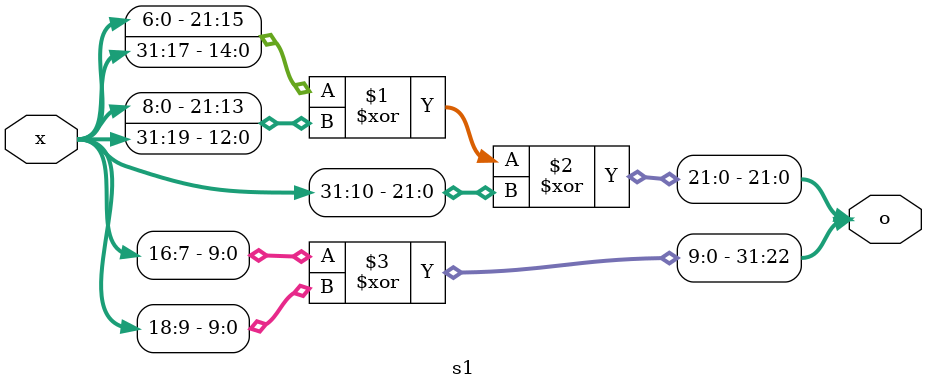
<source format=v>
module ch
(
	output[31:0] o,
	input[31:0] x, y, z
);
	assign o = (x & y) ^ ((~x) & z);

endmodule

module maj
(
	output[31:0] o,
	input[31:0] x, y, z
);
	assign o = (x & y)^(x & z)^(y & z);

endmodule

module l0
(
	output[31:0] o,
	input[31:0] x
);
	assign o = {x[1:0],x[31:2]} ^ {x[12:0],x[31:13]} ^ {x[21:0],x[31:22]};

endmodule

module l1
(
	output[31:0] o,
	input[31:0] x
);
	assign o = {x[5:0],x[31:6]} ^ {x[10:0],x[31:11]} ^ {x[24:0],x[31:25]};

endmodule

module s0
(
	output[31:0] o,
	input[31:0] x
);
	assign o[28:0] = {x[3:0], x[31:7]} ^ {x[14:0], x[31:18]} ^ x[31:3];
	assign o[31:29] = x[6:4] ^ x[17:15];

endmodule

module s1
(
	output[31:0] o,
	input[31:0] x
);
	assign o[21:0] = {x[6:0], x[31:17]} ^ {x[8:0], x[31:19]} ^ x[31:10];
	assign o[31:22] = x[16:7] ^ x[18:9];

endmodule
</source>
